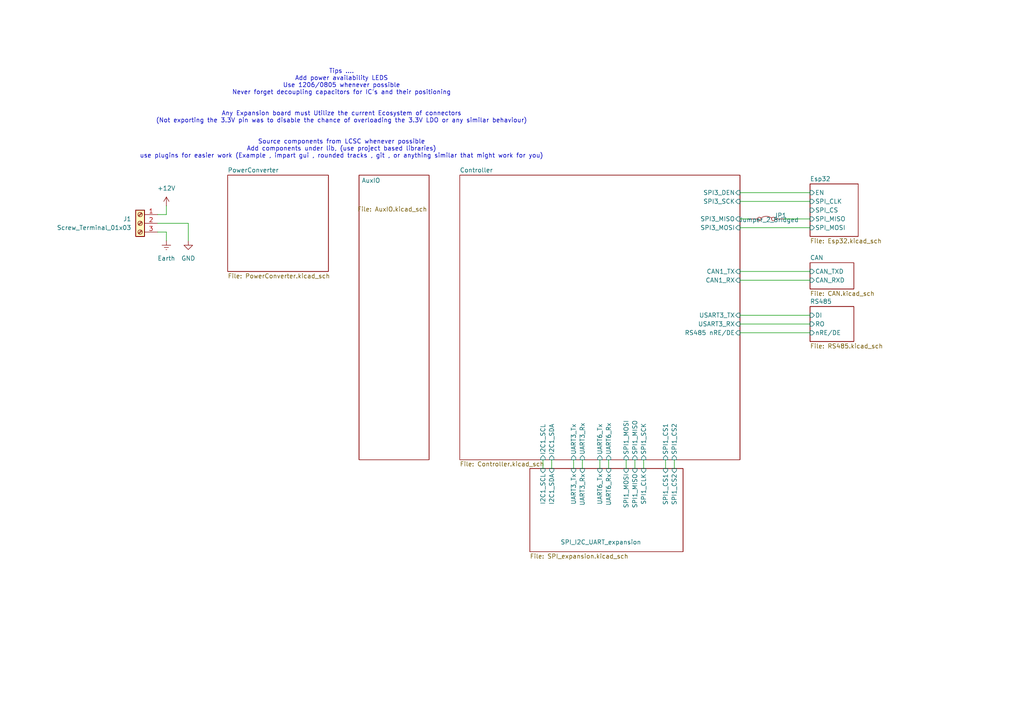
<source format=kicad_sch>
(kicad_sch (version 20250114) (generator "eeschema") (generator_version "9.0")
  (paper "A4")
  (lib_symbols
    (symbol "Connector:Screw_Terminal_01x03" (pin_names (offset 1.016) (hide yes))
      (property "Reference" "J" (at 0 5.08 0))
      (property "Value" "Screw_Terminal_01x03" (at 0 -5.08 0))
      (symbol "Screw_Terminal_01x03_1_1"
        (rectangle (start -1.27 3.81) (end 1.27 -3.81) (stroke (width 0.254)) (fill (type background)))
        (polyline (pts (xy -0.5334 2.8702) (xy 0.3302 2.032)) (stroke (width 0.1524)))
        (polyline (pts (xy -0.5334 0.3302) (xy 0.3302 -0.508)) (stroke (width 0.1524)))
        (polyline (pts (xy -0.5334 -2.2098) (xy 0.3302 -3.048)) (stroke (width 0.1524)))
        (polyline (pts (xy -0.3556 3.048) (xy 0.508 2.2098)) (stroke (width 0.1524)))
        (polyline (pts (xy -0.3556 0.508) (xy 0.508 -0.3302)) (stroke (width 0.1524)))
        (polyline (pts (xy -0.3556 -2.032) (xy 0.508 -2.8702)) (stroke (width 0.1524)))
        (circle (center 0 2.54) (radius 0.635) (stroke (width 0.1524)))
        (circle (center 0 0) (radius 0.635) (stroke (width 0.1524)))
        (circle (center 0 -2.54) (radius 0.635) (stroke (width 0.1524)))
        (pin passive line (at -5.08 2.54 0) (length 3.81) (name "Pin_1") (number "1"))
        (pin passive line (at -5.08 0 0) (length 3.81) (name "Pin_2") (number "2"))
        (pin passive line (at -5.08 -2.54 0) (length 3.81) (name "Pin_3") (number "3"))
      )
    )
    (symbol "Jumper:Jumper_2_Bridged" (pin_numbers (hide yes)) (pin_names (offset 0) (hide yes))
      (property "Reference" "JP" (at 0 1.905 0))
      (property "Value" "Jumper_2_Bridged" (at 0 -2.54 0))
      (symbol "Jumper_2_Bridged_0_0"
        (circle (center -2.032 0) (radius 0.508))
        (circle (center 2.032 0) (radius 0.508))
      )
      (symbol "Jumper_2_Bridged_0_1"
        (arc (start -1.524 0.254) (mid 0 0.762) (end 1.524 0.254))
      )
      (symbol "Jumper_2_Bridged_1_1"
        (pin passive line (at -5.08 0 0) (length 2.54) (name "A") (number "1"))
        (pin passive line (at 5.08 0 180) (length 2.54) (name "B") (number "2"))
      )
    )
    (symbol "power:+12V" (power) (pin_numbers (hide yes)) (pin_names (offset 0) (hide yes))
      (property "Value" "+12V" (at 0 3.556 0))
      (symbol "+12V_0_1"
        (polyline (pts (xy -0.762 1.27) (xy 0 2.54)))
        (polyline (pts (xy 0 2.54) (xy 0.762 1.27)))
        (polyline (pts (xy 0 0) (xy 0 2.54)))
      )
      (symbol "+12V_1_1"
        (pin power_in line (at 0 0 90) (length 0) (name "~") (number "1"))
      )
    )
    (symbol "power:Earth" (power) (pin_numbers (hide yes)) (pin_names (offset 0) (hide yes))
      (property "Value" "Earth" (at 0 -3.81 0))
      (symbol "Earth_0_1"
        (polyline (pts (xy -0.635 -1.905) (xy 0.635 -1.905)))
        (polyline (pts (xy -0.127 -2.54) (xy 0.127 -2.54)))
        (polyline (pts (xy 0 -1.27) (xy 0 0)))
        (polyline (pts (xy 1.27 -1.27) (xy -1.27 -1.27)))
      )
      (symbol "Earth_1_1"
        (pin power_in line (at 0 0 270) (length 0) (name "~") (number "1"))
      )
    )
    (symbol "power:GND" (power) (pin_numbers (hide yes)) (pin_names (offset 0) (hide yes))
      (property "Value" "GND" (at 0 -3.81 0))
      (symbol "GND_0_1"
        (polyline (pts (xy 0 0) (xy 0 -1.27) (xy 1.27 -1.27) (xy 0 -2.54) (xy -1.27 -1.27) (xy 0 -1.27)))
      )
      (symbol "GND_1_1"
        (pin power_in line (at 0 0 270) (length 0) (name "~") (number "1"))
      )
    )
  )
  (text "Tips ....\nAdd power availability LEDS\nUse 1206/0805 whenever possible\nNever forget decoupling capacitors for IC's and their positioning\n\n\nAny Expansion board must Utilize the current Ecosystem of connectors\n(Not exporting the 3.3V pin was to disable the chance of overloading the 3.3V LDO or any similar behaviour)\n\n\nSource components from LCSC whenever possible\nAdd components under lib, (use project based libraries)\nuse plugins for easier work (Example , impart gui , rounded tracks , git , or anything similar that might work for you)\n" (at 99.06 33.02 0) (effects (font (size 1.27 1.27))))
  (wire (pts (xy 214.63 96.52) (xy 234.95 96.52)))
  (wire (pts (xy 214.63 58.42) (xy 234.95 58.42)))
  (wire (pts (xy 193.04 133.35) (xy 193.04 135.89)))
  (wire (pts (xy 176.53 133.35) (xy 176.53 135.89)))
  (wire (pts (xy 214.63 81.28) (xy 234.95 81.28)))
  (wire (pts (xy 214.63 91.44) (xy 234.95 91.44)))
  (wire (pts (xy 168.91 133.35) (xy 168.91 135.89)))
  (wire (pts (xy 166.37 133.35) (xy 166.37 135.89)))
  (wire (pts (xy 214.63 78.74) (xy 234.95 78.74)))
  (wire (pts (xy 184.15 133.35) (xy 184.15 135.89)))
  (wire (pts (xy 195.58 133.35) (xy 195.58 135.89)))
  (wire (pts (xy 157.48 133.35) (xy 157.48 135.89)))
  (wire (pts (xy 48.26 59.69) (xy 48.26 62.23)))
  (wire (pts (xy 48.26 67.31) (xy 45.72 67.31)))
  (wire (pts (xy 214.63 55.88) (xy 234.95 55.88)))
  (wire (pts (xy 173.99 133.35) (xy 173.99 135.89)))
  (wire (pts (xy 214.63 93.98) (xy 234.95 93.98)))
  (wire (pts (xy 48.26 62.23) (xy 45.72 62.23)))
  (wire (pts (xy 227.33 63.5) (xy 234.95 63.5)))
  (wire (pts (xy 181.61 133.35) (xy 181.61 135.89)))
  (wire (pts (xy 54.61 64.77) (xy 45.72 64.77)))
  (wire (pts (xy 186.69 133.35) (xy 186.69 135.89)))
  (wire (pts (xy 54.61 64.77) (xy 54.61 69.85)))
  (wire (pts (xy 160.02 133.35) (xy 160.02 135.89)))
  (wire (pts (xy 48.26 67.31) (xy 48.26 69.85)))
  (wire (pts (xy 214.63 63.5) (xy 217.17 63.5)))
  (wire (pts (xy 214.63 66.04) (xy 234.95 66.04)))
  (symbol (lib_id "power:+12V") (at 48.26 59.69 0) (mirror y) (unit 1)
    (property "Reference" "#PWR02" (effects (hide yes)))
    (property "Value" "+12V" (at 48.26 54.61 0))
    (property "Description" "Power symbol creates a global label with name \"+12V\"" (effects (hide yes)))
  )
  (symbol (lib_id "power:Earth") (at 48.26 69.85 0) (mirror y) (unit 1)
    (property "Reference" "#PWR03" (effects (hide yes)))
    (property "Value" "Earth" (at 48.26 74.93 0))
    (property "Description" "Power symbol creates a global label with name \"Earth\"" (effects (hide yes)))
  )
  (symbol (lib_id "Connector:Screw_Terminal_01x03") (at 40.64 64.77 0) (mirror y) (unit 1)
    (property "Reference" "J1" (at 38.1 63.4999 0) (effects (justify left)))
    (property "Value" "Screw_Terminal_01x03" (at 38.1 66.0399 0) (effects (justify left)))
    (property "Footprint" "TerminalBlock_Phoenix:TerminalBlock_Phoenix_PT-1,5-3-5.0-H_1x03_P5.00mm_Horizontal" (effects (hide yes)))
    (property "Description" "Generic screw terminal, single row, 01x03, script generated (kicad-library-utils/schlib/autogen/connector/)" (effects (hide yes)))
  )
  (symbol (lib_id "power:GND") (at 54.61 69.85 0) (mirror y) (unit 1)
    (property "Reference" "#PWR01" (effects (hide yes)))
    (property "Value" "GND" (at 54.61 74.93 0))
    (property "Description" "Power symbol creates a global label with name \"GND\" , ground" (effects (hide yes)))
  )
  (symbol (lib_id "Jumper:Jumper_2_Bridged") (at 222.25 63.5 0) (unit 1)
    (property "Reference" "JP1" (at 226.314 62.484 0))
    (property "Value" "Jumper_2_Bridged" (at 223.012 63.754 0))
    (property "Footprint" "Jumper:Jumper_Harwin_S1621_P10.9mm" (effects (hide yes)))
    (property "Description" "Jumper, 2-pole, closed/bridged" (effects (hide yes)))
  )
  (sheet (at 234.95 76.2) (size 12.7 7.62) (stroke (width 0.1524))
    (property "Sheetname" "CAN" (at 234.95 75.4884 0) (effects (justify left bottom)))
    (property "Sheetfile" "CAN.kicad_sch" (at 234.95 84.4046 0) (effects (justify left top)))
    (pin "CAN_RXD" input (at 234.95 81.28 180))
    (pin "CAN_TXD" input (at 234.95 78.74 180))
  )
  (sheet (at 133.35 50.8) (size 81.28 82.55) (stroke (width 0.1524))
    (property "Sheetname" "Controller" (at 133.35 50.0884 0) (effects (justify left bottom)))
    (property "Sheetfile" "Controller.kicad_sch" (at 133.35 133.858 0) (effects (justify left top)))
    (pin "USART3_RX" input (at 214.63 93.98 0))
    (pin "USART3_TX" input (at 214.63 91.44 0))
    (pin "CAN1_RX" input (at 214.63 81.28 0))
    (pin "CAN1_TX" input (at 214.63 78.74 0))
    (pin "SPI1_MISO" input (at 184.15 133.35 270))
    (pin "SPI1_MOSI" input (at 181.61 133.35 270))
    (pin "SPI1_SCK" input (at 186.69 133.35 270))
    (pin "UART3_Rx" input (at 168.91 133.35 270))
    (pin "UART3_Tx" input (at 166.37 133.35 270))
    (pin "UART6_Rx" input (at 176.53 133.35 270))
    (pin "UART6_Tx" input (at 173.99 133.35 270))
    (pin "I2C1_SCL" input (at 157.48 133.35 270))
    (pin "I2C1_SDA" input (at 160.02 133.35 270))
    (pin "SPI1_CS1" input (at 193.04 133.35 270))
    (pin "SPI1_CS2" input (at 195.58 133.35 270))
    (pin "RS485 nRE{slash}DE" input (at 214.63 96.52 0))
    (pin "SPI3_MISO" input (at 214.63 63.5 0))
    (pin "SPI3_MOSI" input (at 214.63 66.04 0))
    (pin "SPI3_SCK" input (at 214.63 58.42 0))
    (pin "SPI3_DEN" input (at 214.63 55.88 0))
  )
  (sheet (at 104.14 50.8) (size 20.32 82.55) (stroke (width 0.1524))
    (property "Sheetname" "AuxIO" (at 104.902 53.086 0) (effects (justify left bottom)))
    (property "Sheetfile" "AuxIO.kicad_sch" (at 103.632 59.944 0) (effects (justify left top)))
  )
  (sheet (at 66.04 50.8) (size 29.21 27.94) (stroke (width 0.1524))
    (property "Sheetname" "PowerConverter" (at 66.04 50.0884 0) (effects (justify left bottom)))
    (property "Sheetfile" "PowerConverter.kicad_sch" (at 66.04 79.3246 0) (effects (justify left top)))
  )
  (sheet (at 234.95 53.34) (size 13.97 15.24) (stroke (width 0.1524))
    (property "Sheetname" "Esp32" (at 234.95 52.6284 0) (effects (justify left bottom)))
    (property "Sheetfile" "Esp32.kicad_sch" (at 234.95 69.1646 0) (effects (justify left top)))
    (pin "EN" input (at 234.95 55.88 180))
    (pin "SPI_CLK" input (at 234.95 58.42 180))
    (pin "SPI_CS" input (at 234.95 60.96 180))
    (pin "SPI_MISO" input (at 234.95 63.5 180))
    (pin "SPI_MOSI" input (at 234.95 66.04 180))
  )
  (sheet (at 234.95 88.9) (size 12.7 10.16) (stroke (width 0.1524))
    (property "Sheetname" "RS485" (at 234.95 88.1884 0) (effects (justify left bottom)))
    (property "Sheetfile" "RS485.kicad_sch" (at 234.95 99.6446 0) (effects (justify left top)))
    (pin "DI" input (at 234.95 91.44 180))
    (pin "RO" input (at 234.95 93.98 180))
    (pin "nRE{slash}DE" input (at 234.95 96.52 180))
  )
  (sheet (at 153.67 135.89) (size 44.45 24.13) (stroke (width 0.1524))
    (property "Sheetname" "SPI_I2C_UART_expansion" (at 162.56 157.988 0) (effects (justify left bottom)))
    (property "Sheetfile" "SPI_expansion.kicad_sch" (at 153.67 160.6046 0) (effects (justify left top)))
    (pin "SPI1_CLK" input (at 186.69 135.89 90))
    (pin "SPI1_CS1" input (at 193.04 135.89 90))
    (pin "SPI1_CS2" input (at 195.58 135.89 90))
    (pin "SPI1_MISO" input (at 184.15 135.89 90))
    (pin "SPI1_MOSI" input (at 181.61 135.89 90))
    (pin "UART3_Rx" input (at 168.91 135.89 90))
    (pin "UART3_Tx" input (at 166.37 135.89 90))
    (pin "UART6_Rx" input (at 176.53 135.89 90))
    (pin "UART6_Tx" input (at 173.99 135.89 90))
    (pin "I2C1_SCL" input (at 157.48 135.89 90))
    (pin "I2C1_SDA" input (at 160.02 135.89 90))
  )
)
</source>
